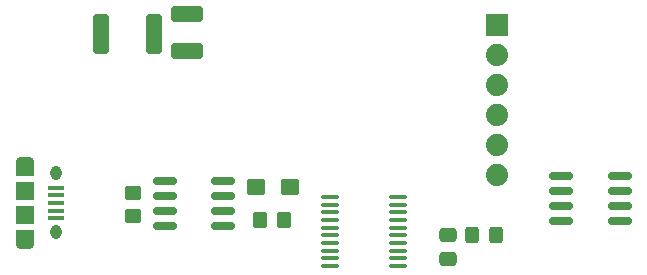
<source format=gbr>
%TF.GenerationSoftware,KiCad,Pcbnew,6.0.11-2627ca5db0~126~ubuntu22.04.1*%
%TF.CreationDate,2023-02-28T23:03:16-05:00*%
%TF.ProjectId,canbus-linbus-bridge,63616e62-7573-42d6-9c69-6e6275732d62,1.0*%
%TF.SameCoordinates,Original*%
%TF.FileFunction,Paste,Top*%
%TF.FilePolarity,Positive*%
%FSLAX46Y46*%
G04 Gerber Fmt 4.6, Leading zero omitted, Abs format (unit mm)*
G04 Created by KiCad (PCBNEW 6.0.11-2627ca5db0~126~ubuntu22.04.1) date 2023-02-28 23:03:16*
%MOMM*%
%LPD*%
G01*
G04 APERTURE LIST*
G04 Aperture macros list*
%AMRoundRect*
0 Rectangle with rounded corners*
0 $1 Rounding radius*
0 $2 $3 $4 $5 $6 $7 $8 $9 X,Y pos of 4 corners*
0 Add a 4 corners polygon primitive as box body*
4,1,4,$2,$3,$4,$5,$6,$7,$8,$9,$2,$3,0*
0 Add four circle primitives for the rounded corners*
1,1,$1+$1,$2,$3*
1,1,$1+$1,$4,$5*
1,1,$1+$1,$6,$7*
1,1,$1+$1,$8,$9*
0 Add four rect primitives between the rounded corners*
20,1,$1+$1,$2,$3,$4,$5,0*
20,1,$1+$1,$4,$5,$6,$7,0*
20,1,$1+$1,$6,$7,$8,$9,0*
20,1,$1+$1,$8,$9,$2,$3,0*%
G04 Aperture macros list end*
%ADD10RoundRect,0.150000X-0.825000X-0.150000X0.825000X-0.150000X0.825000X0.150000X-0.825000X0.150000X0*%
%ADD11RoundRect,0.250000X0.450000X-0.350000X0.450000X0.350000X-0.450000X0.350000X-0.450000X-0.350000X0*%
%ADD12RoundRect,0.250000X-0.475000X0.337500X-0.475000X-0.337500X0.475000X-0.337500X0.475000X0.337500X0*%
%ADD13RoundRect,0.250000X-0.350000X-0.450000X0.350000X-0.450000X0.350000X0.450000X-0.350000X0.450000X0*%
%ADD14R,1.879600X1.879600*%
%ADD15C,1.879600*%
%ADD16RoundRect,0.250000X-0.400000X-1.450000X0.400000X-1.450000X0.400000X1.450000X-0.400000X1.450000X0*%
%ADD17RoundRect,0.250000X-0.537500X-0.425000X0.537500X-0.425000X0.537500X0.425000X-0.537500X0.425000X0*%
%ADD18RoundRect,0.250000X1.100000X-0.412500X1.100000X0.412500X-1.100000X0.412500X-1.100000X-0.412500X0*%
%ADD19RoundRect,0.100000X0.637500X0.100000X-0.637500X0.100000X-0.637500X-0.100000X0.637500X-0.100000X0*%
%ADD20O,1.550000X0.890000*%
%ADD21O,0.950000X1.250000*%
%ADD22R,1.350000X0.400000*%
%ADD23R,1.550000X1.500000*%
%ADD24R,1.550000X1.200000*%
%ADD25RoundRect,0.250000X-0.325000X-0.450000X0.325000X-0.450000X0.325000X0.450000X-0.325000X0.450000X0*%
%ADD26RoundRect,0.150000X0.825000X0.150000X-0.825000X0.150000X-0.825000X-0.150000X0.825000X-0.150000X0*%
G04 APERTURE END LIST*
D10*
%TO.C,U5*%
X101960000Y-83760000D03*
X101960000Y-85030000D03*
X101960000Y-86300000D03*
X101960000Y-87570000D03*
X106910000Y-87570000D03*
X106910000Y-86300000D03*
X106910000Y-85030000D03*
X106910000Y-83760000D03*
%TD*%
D11*
%TO.C,R8*%
X65700000Y-87200000D03*
X65700000Y-85200000D03*
%TD*%
D12*
%TO.C,C4*%
X92325000Y-88762500D03*
X92325000Y-90837500D03*
%TD*%
D13*
%TO.C,R3*%
X76475000Y-87525000D03*
X78475000Y-87525000D03*
%TD*%
D14*
%TO.C,J3*%
X96500000Y-70990000D03*
D15*
X96500000Y-73530000D03*
X96500000Y-76070000D03*
X96500000Y-78610000D03*
X96500000Y-81150000D03*
X96500000Y-83690000D03*
%TD*%
D16*
%TO.C,F1*%
X63000000Y-71775000D03*
X67450000Y-71775000D03*
%TD*%
D17*
%TO.C,C6*%
X76100000Y-84725000D03*
X78975000Y-84725000D03*
%TD*%
D18*
%TO.C,C5*%
X70225000Y-73175000D03*
X70225000Y-70050000D03*
%TD*%
D19*
%TO.C,U2*%
X88125000Y-91400000D03*
X88125000Y-90750000D03*
X88125000Y-90100000D03*
X88125000Y-89450000D03*
X88125000Y-88800000D03*
X88125000Y-88150000D03*
X88125000Y-87500000D03*
X88125000Y-86850000D03*
X88125000Y-86200000D03*
X88125000Y-85550000D03*
X82400000Y-85550000D03*
X82400000Y-86200000D03*
X82400000Y-86850000D03*
X82400000Y-87500000D03*
X82400000Y-88150000D03*
X82400000Y-88800000D03*
X82400000Y-89450000D03*
X82400000Y-90100000D03*
X82400000Y-90750000D03*
X82400000Y-91400000D03*
%TD*%
D20*
%TO.C,J1*%
X56510000Y-89550000D03*
D21*
X59210000Y-88550000D03*
D20*
X56510000Y-82550000D03*
D21*
X59210000Y-83550000D03*
D22*
X59210000Y-84750000D03*
X59210000Y-85400000D03*
X59210000Y-86050000D03*
X59210000Y-86700000D03*
X59210000Y-87350000D03*
D23*
X56510000Y-87050000D03*
X56510000Y-85050000D03*
D24*
X56510000Y-88950000D03*
X56510000Y-83150000D03*
%TD*%
D25*
%TO.C,FB1*%
X94400000Y-88775000D03*
X96450000Y-88775000D03*
%TD*%
D26*
%TO.C,U4*%
X73325000Y-88015000D03*
X73325000Y-86745000D03*
X73325000Y-85475000D03*
X73325000Y-84205000D03*
X68375000Y-84205000D03*
X68375000Y-85475000D03*
X68375000Y-86745000D03*
X68375000Y-88015000D03*
%TD*%
M02*

</source>
